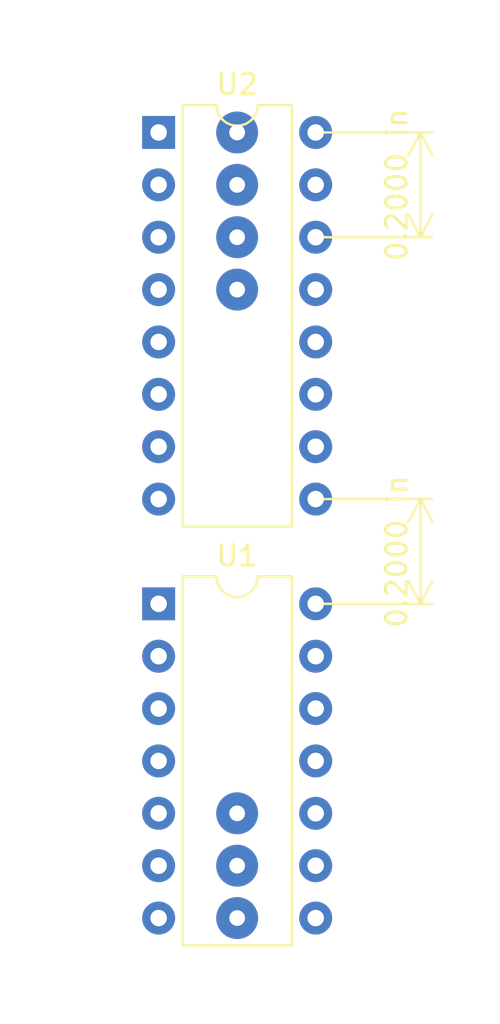
<source format=kicad_pcb>
(kicad_pcb (version 20171130) (host pcbnew "(5.1.4)-1")

  (general
    (thickness 1.6)
    (drawings 6)
    (tracks 7)
    (zones 0)
    (modules 2)
    (nets 20)
  )

  (page A4)
  (layers
    (0 F.Cu signal)
    (31 B.Cu signal)
    (32 B.Adhes user)
    (33 F.Adhes user)
    (34 B.Paste user)
    (35 F.Paste user)
    (36 B.SilkS user)
    (37 F.SilkS user)
    (38 B.Mask user)
    (39 F.Mask user)
    (40 Dwgs.User user)
    (41 Cmts.User user)
    (42 Eco1.User user)
    (43 Eco2.User user)
    (44 Edge.Cuts user)
    (45 Margin user)
    (46 B.CrtYd user)
    (47 F.CrtYd user)
    (48 B.Fab user)
    (49 F.Fab user)
  )

  (setup
    (last_trace_width 0.25)
    (trace_clearance 0.2)
    (zone_clearance 0.508)
    (zone_45_only no)
    (trace_min 0.2)
    (via_size 0.8)
    (via_drill 0.4)
    (via_min_size 0.4)
    (via_min_drill 0.3)
    (uvia_size 0.3)
    (uvia_drill 0.1)
    (uvias_allowed no)
    (uvia_min_size 0.2)
    (uvia_min_drill 0.1)
    (edge_width 0.05)
    (segment_width 0.2)
    (pcb_text_width 0.3)
    (pcb_text_size 1.5 1.5)
    (mod_edge_width 0.12)
    (mod_text_size 1 1)
    (mod_text_width 0.15)
    (pad_size 1.6 1.6)
    (pad_drill 0.8)
    (pad_to_mask_clearance 0.051)
    (solder_mask_min_width 0.25)
    (aux_axis_origin 0 0)
    (visible_elements FFFFFF7F)
    (pcbplotparams
      (layerselection 0x010fc_ffffffff)
      (usegerberextensions false)
      (usegerberattributes false)
      (usegerberadvancedattributes false)
      (creategerberjobfile false)
      (excludeedgelayer true)
      (linewidth 0.100000)
      (plotframeref false)
      (viasonmask false)
      (mode 1)
      (useauxorigin false)
      (hpglpennumber 1)
      (hpglpenspeed 20)
      (hpglpendiameter 15.000000)
      (psnegative false)
      (psa4output false)
      (plotreference true)
      (plotvalue true)
      (plotinvisibletext false)
      (padsonsilk false)
      (subtractmaskfromsilk false)
      (outputformat 1)
      (mirror false)
      (drillshape 1)
      (scaleselection 1)
      (outputdirectory ""))
  )

  (net 0 "")
  (net 1 "Net-(U1-Pad1)")
  (net 2 "Net-(U1-Pad2)")
  (net 3 "Net-(U1-Pad3)")
  (net 4 "Net-(U2-Pad1)")
  (net 5 "Net-(U2-Pad9)")
  (net 6 "Net-(U2-Pad2)")
  (net 7 "Net-(U2-Pad10)")
  (net 8 "Net-(U2-Pad3)")
  (net 9 "Net-(U2-Pad11)")
  (net 10 "Net-(U2-Pad4)")
  (net 11 "Net-(U2-Pad12)")
  (net 12 "Net-(U2-Pad5)")
  (net 13 "Net-(U2-Pad13)")
  (net 14 "Net-(U2-Pad6)")
  (net 15 "Net-(U2-Pad14)")
  (net 16 "Net-(U2-Pad7)")
  (net 17 "Net-(U2-Pad15)")
  (net 18 "Net-(U2-Pad8)")
  (net 19 "Net-(U2-Pad16)")

  (net_class Default "This is the default net class."
    (clearance 0.2)
    (trace_width 0.25)
    (via_dia 0.8)
    (via_drill 0.4)
    (uvia_dia 0.3)
    (uvia_drill 0.1)
    (add_net "Net-(U1-Pad1)")
    (add_net "Net-(U1-Pad2)")
    (add_net "Net-(U1-Pad3)")
    (add_net "Net-(U2-Pad1)")
    (add_net "Net-(U2-Pad10)")
    (add_net "Net-(U2-Pad11)")
    (add_net "Net-(U2-Pad12)")
    (add_net "Net-(U2-Pad13)")
    (add_net "Net-(U2-Pad14)")
    (add_net "Net-(U2-Pad15)")
    (add_net "Net-(U2-Pad16)")
    (add_net "Net-(U2-Pad2)")
    (add_net "Net-(U2-Pad3)")
    (add_net "Net-(U2-Pad4)")
    (add_net "Net-(U2-Pad5)")
    (add_net "Net-(U2-Pad6)")
    (add_net "Net-(U2-Pad7)")
    (add_net "Net-(U2-Pad8)")
    (add_net "Net-(U2-Pad9)")
  )

  (module Package_DIP:DIP-14_W7.62mm (layer F.Cu) (tedit 5A02E8C5) (tstamp 611F96F9)
    (at 179.07 132.08)
    (descr "14-lead though-hole mounted DIP package, row spacing 7.62 mm (300 mils)")
    (tags "THT DIP DIL PDIP 2.54mm 7.62mm 300mil")
    (path /611F5B4C)
    (fp_text reference U1 (at 3.81 -2.33) (layer F.SilkS)
      (effects (font (size 1 1) (thickness 0.15)))
    )
    (fp_text value 74LS00 (at 3.81 17.57) (layer F.Fab)
      (effects (font (size 1 1) (thickness 0.15)))
    )
    (fp_arc (start 3.81 -1.33) (end 2.81 -1.33) (angle -180) (layer F.SilkS) (width 0.12))
    (fp_line (start 1.635 -1.27) (end 6.985 -1.27) (layer F.Fab) (width 0.1))
    (fp_line (start 6.985 -1.27) (end 6.985 16.51) (layer F.Fab) (width 0.1))
    (fp_line (start 6.985 16.51) (end 0.635 16.51) (layer F.Fab) (width 0.1))
    (fp_line (start 0.635 16.51) (end 0.635 -0.27) (layer F.Fab) (width 0.1))
    (fp_line (start 0.635 -0.27) (end 1.635 -1.27) (layer F.Fab) (width 0.1))
    (fp_line (start 2.81 -1.33) (end 1.16 -1.33) (layer F.SilkS) (width 0.12))
    (fp_line (start 1.16 -1.33) (end 1.16 16.57) (layer F.SilkS) (width 0.12))
    (fp_line (start 1.16 16.57) (end 6.46 16.57) (layer F.SilkS) (width 0.12))
    (fp_line (start 6.46 16.57) (end 6.46 -1.33) (layer F.SilkS) (width 0.12))
    (fp_line (start 6.46 -1.33) (end 4.81 -1.33) (layer F.SilkS) (width 0.12))
    (fp_line (start -1.1 -1.55) (end -1.1 16.8) (layer F.CrtYd) (width 0.05))
    (fp_line (start -1.1 16.8) (end 8.7 16.8) (layer F.CrtYd) (width 0.05))
    (fp_line (start 8.7 16.8) (end 8.7 -1.55) (layer F.CrtYd) (width 0.05))
    (fp_line (start 8.7 -1.55) (end -1.1 -1.55) (layer F.CrtYd) (width 0.05))
    (fp_text user %R (at 3.81 7.62) (layer F.Fab)
      (effects (font (size 1 1) (thickness 0.15)))
    )
    (pad 1 thru_hole rect (at 0 0) (size 1.6 1.6) (drill 0.8) (layers *.Cu *.Mask)
      (net 1 "Net-(U1-Pad1)"))
    (pad 8 thru_hole oval (at 7.62 15.24) (size 1.6 1.6) (drill 0.8) (layers *.Cu *.Mask))
    (pad 2 thru_hole oval (at 0 2.54) (size 1.6 1.6) (drill 0.8) (layers *.Cu *.Mask)
      (net 2 "Net-(U1-Pad2)"))
    (pad 9 thru_hole oval (at 7.62 12.7) (size 1.6 1.6) (drill 0.8) (layers *.Cu *.Mask))
    (pad 3 thru_hole oval (at 0 5.08) (size 1.6 1.6) (drill 0.8) (layers *.Cu *.Mask)
      (net 3 "Net-(U1-Pad3)"))
    (pad 10 thru_hole oval (at 7.62 10.16) (size 1.6 1.6) (drill 0.8) (layers *.Cu *.Mask))
    (pad 4 thru_hole oval (at 0 7.62) (size 1.6 1.6) (drill 0.8) (layers *.Cu *.Mask))
    (pad 11 thru_hole oval (at 7.62 7.62) (size 1.6 1.6) (drill 0.8) (layers *.Cu *.Mask))
    (pad 5 thru_hole oval (at 0 10.16) (size 1.6 1.6) (drill 0.8) (layers *.Cu *.Mask))
    (pad 12 thru_hole oval (at 7.62 5.08) (size 1.6 1.6) (drill 0.8) (layers *.Cu *.Mask))
    (pad 6 thru_hole oval (at 0 12.7) (size 1.6 1.6) (drill 0.8) (layers *.Cu *.Mask))
    (pad 13 thru_hole oval (at 7.62 2.54) (size 1.6 1.6) (drill 0.8) (layers *.Cu *.Mask))
    (pad 7 thru_hole oval (at 0 15.24) (size 1.6 1.6) (drill 0.8) (layers *.Cu *.Mask))
    (pad 14 thru_hole oval (at 7.62 0) (size 1.6 1.6) (drill 0.8) (layers *.Cu *.Mask))
    (model ${KISYS3DMOD}/Package_DIP.3dshapes/DIP-14_W7.62mm.wrl
      (at (xyz 0 0 0))
      (scale (xyz 1 1 1))
      (rotate (xyz 0 0 0))
    )
  )

  (module Package_DIP:DIP-16_W7.62mm (layer F.Cu) (tedit 611F4BF8) (tstamp 611F971D)
    (at 179.07 109.22)
    (descr "16-lead though-hole mounted DIP package, row spacing 7.62 mm (300 mils)")
    (tags "THT DIP DIL PDIP 2.54mm 7.62mm 300mil")
    (path /611F5E71)
    (fp_text reference U2 (at 3.81 -2.33) (layer F.SilkS)
      (effects (font (size 1 1) (thickness 0.15)))
    )
    (fp_text value 74LS85 (at 3.81 20.11) (layer F.Fab)
      (effects (font (size 1 1) (thickness 0.15)))
    )
    (fp_arc (start 3.81 -1.33) (end 2.81 -1.33) (angle -180) (layer F.SilkS) (width 0.12))
    (fp_line (start 1.635 -1.27) (end 6.985 -1.27) (layer F.Fab) (width 0.1))
    (fp_line (start 6.985 -1.27) (end 6.985 19.05) (layer F.Fab) (width 0.1))
    (fp_line (start 6.985 19.05) (end 0.635 19.05) (layer F.Fab) (width 0.1))
    (fp_line (start 0.635 19.05) (end 0.635 -0.27) (layer F.Fab) (width 0.1))
    (fp_line (start 0.635 -0.27) (end 1.635 -1.27) (layer F.Fab) (width 0.1))
    (fp_line (start 2.81 -1.33) (end 1.16 -1.33) (layer F.SilkS) (width 0.12))
    (fp_line (start 1.16 -1.33) (end 1.16 19.11) (layer F.SilkS) (width 0.12))
    (fp_line (start 1.16 19.11) (end 6.46 19.11) (layer F.SilkS) (width 0.12))
    (fp_line (start 6.46 19.11) (end 6.46 -1.33) (layer F.SilkS) (width 0.12))
    (fp_line (start 6.46 -1.33) (end 4.81 -1.33) (layer F.SilkS) (width 0.12))
    (fp_line (start -1.1 -1.55) (end -1.1 19.3) (layer F.CrtYd) (width 0.05))
    (fp_line (start -1.1 19.3) (end 8.7 19.3) (layer F.CrtYd) (width 0.05))
    (fp_line (start 8.7 19.3) (end 8.7 -1.55) (layer F.CrtYd) (width 0.05))
    (fp_line (start 8.7 -1.55) (end -1.1 -1.55) (layer F.CrtYd) (width 0.05))
    (fp_text user %R (at 3.81 8.89) (layer F.Fab)
      (effects (font (size 1 1) (thickness 0.15)))
    )
    (pad 1 thru_hole rect (at 0 0) (size 1.6 1.6) (drill 0.8) (layers *.Cu *.Mask)
      (net 4 "Net-(U2-Pad1)"))
    (pad 9 thru_hole oval (at 7.62 17.78) (size 1.6 1.6) (drill 0.8) (layers *.Cu *.Mask)
      (net 5 "Net-(U2-Pad9)"))
    (pad 2 thru_hole oval (at 0 2.54) (size 1.6 1.6) (drill 0.8) (layers *.Cu *.Mask)
      (net 6 "Net-(U2-Pad2)"))
    (pad 10 thru_hole oval (at 7.62 15.24) (size 1.6 1.6) (drill 0.8) (layers *.Cu *.Mask)
      (net 7 "Net-(U2-Pad10)"))
    (pad 3 thru_hole oval (at 0 5.08) (size 1.6 1.6) (drill 0.8) (layers *.Cu *.Mask)
      (net 8 "Net-(U2-Pad3)"))
    (pad 11 thru_hole oval (at 7.62 12.7) (size 1.6 1.6) (drill 0.8) (layers *.Cu *.Mask)
      (net 9 "Net-(U2-Pad11)"))
    (pad 4 thru_hole oval (at 0 7.62) (size 1.6 1.6) (drill 0.8) (layers *.Cu *.Mask)
      (net 10 "Net-(U2-Pad4)"))
    (pad 12 thru_hole oval (at 7.62 10.16) (size 1.6 1.6) (drill 0.8) (layers *.Cu *.Mask)
      (net 11 "Net-(U2-Pad12)"))
    (pad 5 thru_hole oval (at 0 10.16) (size 1.6 1.6) (drill 0.8) (layers *.Cu *.Mask)
      (net 12 "Net-(U2-Pad5)"))
    (pad 13 thru_hole oval (at 7.62 7.62) (size 1.6 1.6) (drill 0.8) (layers *.Cu *.Mask)
      (net 13 "Net-(U2-Pad13)"))
    (pad 6 thru_hole oval (at 0 12.7) (size 1.6 1.6) (drill 0.8) (layers *.Cu *.Mask)
      (net 14 "Net-(U2-Pad6)"))
    (pad 14 thru_hole oval (at 7.62 5.08) (size 1.6 1.6) (drill 0.8) (layers *.Cu *.Mask)
      (net 15 "Net-(U2-Pad14)"))
    (pad 7 thru_hole oval (at 0 15.24) (size 1.6 1.6) (drill 0.8) (layers *.Cu *.Mask)
      (net 16 "Net-(U2-Pad7)"))
    (pad 15 thru_hole oval (at 7.62 2.54) (size 1.6 1.6) (drill 0.8) (layers *.Cu *.Mask)
      (net 17 "Net-(U2-Pad15)"))
    (pad 8 thru_hole oval (at 0 17.78) (size 1.6 1.6) (drill 0.8) (layers *.Cu *.Mask)
      (net 18 "Net-(U2-Pad8)"))
    (pad 16 thru_hole oval (at 7.62 0) (size 1.6 1.6) (drill 0.8) (layers *.Cu *.Mask)
      (net 19 "Net-(U2-Pad16)"))
    (model ${KISYS3DMOD}/Package_DIP.3dshapes/DIP-16_W7.62mm.wrl
      (at (xyz 0 0 0))
      (scale (xyz 1 1 1))
      (rotate (xyz 0 0 0))
    )
  )

  (gr_line (start 171.45 152.4) (end 171.45 102.87) (layer Margin) (width 0.15) (tstamp 611F98F7))
  (gr_line (start 195.58 152.4) (end 171.45 152.4) (layer Margin) (width 0.15))
  (gr_line (start 195.58 102.87) (end 195.58 152.4) (layer Margin) (width 0.15))
  (gr_line (start 171.45 102.87) (end 195.58 102.87) (layer Margin) (width 0.15))
  (dimension 5.08 (width 0.12) (layer F.SilkS)
    (gr_text "0.2000 in" (at 193.04 129.54 270) (layer F.SilkS)
      (effects (font (size 1 1) (thickness 0.15)))
    )
    (feature1 (pts (xy 186.69 132.08) (xy 192.356421 132.08)))
    (feature2 (pts (xy 186.69 127) (xy 192.356421 127)))
    (crossbar (pts (xy 191.77 127) (xy 191.77 132.08)))
    (arrow1a (pts (xy 191.77 132.08) (xy 191.183579 130.953496)))
    (arrow1b (pts (xy 191.77 132.08) (xy 192.356421 130.953496)))
    (arrow2a (pts (xy 191.77 127) (xy 191.183579 128.126504)))
    (arrow2b (pts (xy 191.77 127) (xy 192.356421 128.126504)))
  )
  (dimension 5.08 (width 0.12) (layer F.SilkS)
    (gr_text "0.2000 in" (at 193.04 111.76 270) (layer F.SilkS)
      (effects (font (size 1 1) (thickness 0.15)))
    )
    (feature1 (pts (xy 186.69 114.3) (xy 192.356421 114.3)))
    (feature2 (pts (xy 186.69 109.22) (xy 192.356421 109.22)))
    (crossbar (pts (xy 191.77 109.22) (xy 191.77 114.3)))
    (arrow1a (pts (xy 191.77 114.3) (xy 191.183579 113.173496)))
    (arrow1b (pts (xy 191.77 114.3) (xy 192.356421 113.173496)))
    (arrow2a (pts (xy 191.77 109.22) (xy 191.183579 110.346504)))
    (arrow2b (pts (xy 191.77 109.22) (xy 192.356421 110.346504)))
  )

  (via (at 182.88 109.22) (size 2.032) (drill 0.762) (layers F.Cu B.Cu) (net 0))
  (via (at 182.88 111.76) (size 2.032) (drill 0.762) (layers F.Cu B.Cu) (net 0) (tstamp 611F98E5))
  (via (at 182.88 114.3) (size 2.032) (drill 0.762) (layers F.Cu B.Cu) (net 0) (tstamp 611F98E9))
  (via (at 182.88 116.84) (size 2.032) (drill 0.762) (layers F.Cu B.Cu) (net 0) (tstamp 611F98E9))
  (via (at 182.88 142.24) (size 2.032) (drill 0.762) (layers F.Cu B.Cu) (net 0) (tstamp 611F98E9))
  (via (at 182.88 144.78) (size 2.032) (drill 0.762) (layers F.Cu B.Cu) (net 0) (tstamp 611F98E9))
  (via (at 182.88 147.32) (size 2.032) (drill 0.762) (layers F.Cu B.Cu) (net 0) (tstamp 611F98E9))

)

</source>
